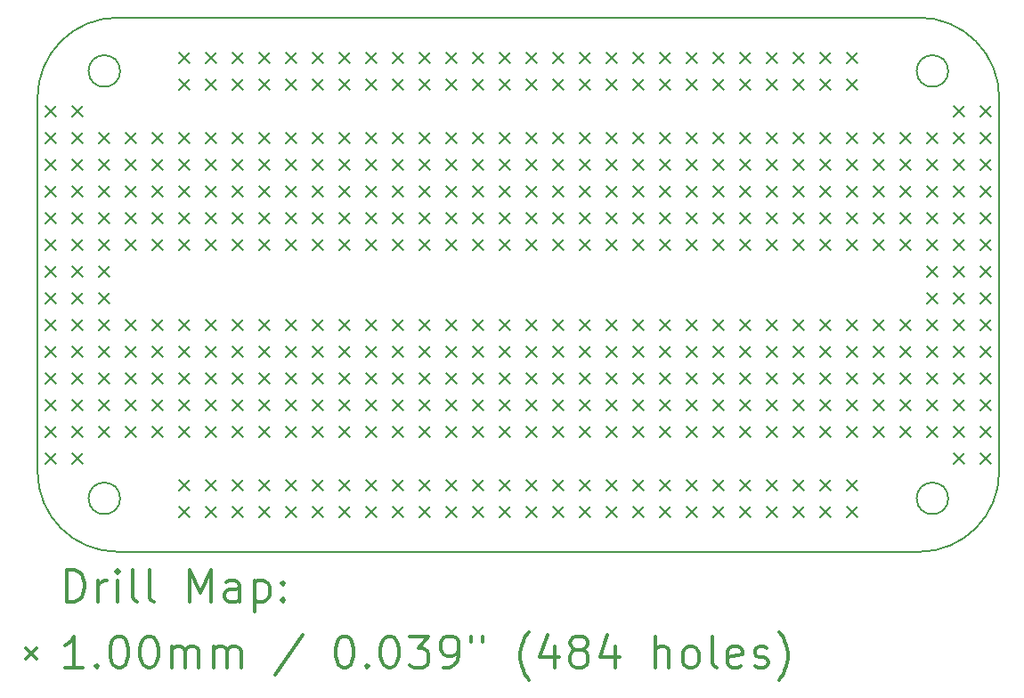
<source format=gbr>
%FSLAX45Y45*%
G04 Gerber Fmt 4.5, Leading zero omitted, Abs format (unit mm)*
G04 Created by KiCad (PCBNEW 5.0.2+dfsg1-1~bpo9+1) date Mo 14 Nov 2022 20:46:40 CET*
%MOMM*%
%LPD*%
G01*
G04 APERTURE LIST*
%ADD10C,0.150000*%
%ADD11C,0.200000*%
%ADD12C,0.300000*%
G04 APERTURE END LIST*
D10*
X17930000Y-10414000D02*
G75*
G03X17930000Y-10414000I-150000J0D01*
G01*
X17930000Y-6350000D02*
G75*
G03X17930000Y-6350000I-150000J0D01*
G01*
X10056000Y-6350000D02*
G75*
G03X10056000Y-6350000I-150000J0D01*
G01*
X10056000Y-10414000D02*
G75*
G03X10056000Y-10414000I-150000J0D01*
G01*
X10033000Y-10922000D02*
G75*
G02X9271000Y-10160000I0J762000D01*
G01*
X18415000Y-10160000D02*
G75*
G02X17653000Y-10922000I-762000J0D01*
G01*
X17653000Y-5842000D02*
G75*
G02X18415000Y-6604000I0J-762000D01*
G01*
D11*
X9271000Y-6604000D02*
G75*
G02X10033000Y-5842000I762000J0D01*
G01*
D10*
X9271000Y-10160000D02*
X9271000Y-6604000D01*
X17653000Y-10922000D02*
X10033000Y-10922000D01*
X18415000Y-6604000D02*
X18415000Y-10160000D01*
X10033000Y-5842000D02*
X17653000Y-5842000D01*
D11*
X16206000Y-8713000D02*
X16306000Y-8813000D01*
X16306000Y-8713000D02*
X16206000Y-8813000D01*
X16206000Y-8967000D02*
X16306000Y-9067000D01*
X16306000Y-8967000D02*
X16206000Y-9067000D01*
X16206000Y-9221000D02*
X16306000Y-9321000D01*
X16306000Y-9221000D02*
X16206000Y-9321000D01*
X16206000Y-9475000D02*
X16306000Y-9575000D01*
X16306000Y-9475000D02*
X16206000Y-9575000D01*
X16206000Y-9729000D02*
X16306000Y-9829000D01*
X16306000Y-9729000D02*
X16206000Y-9829000D01*
X9602000Y-9729000D02*
X9702000Y-9829000D01*
X9702000Y-9729000D02*
X9602000Y-9829000D01*
X10110000Y-8713000D02*
X10210000Y-8813000D01*
X10210000Y-8713000D02*
X10110000Y-8813000D01*
X10110000Y-8967000D02*
X10210000Y-9067000D01*
X10210000Y-8967000D02*
X10110000Y-9067000D01*
X10110000Y-9221000D02*
X10210000Y-9321000D01*
X10210000Y-9221000D02*
X10110000Y-9321000D01*
X10110000Y-9475000D02*
X10210000Y-9575000D01*
X10210000Y-9475000D02*
X10110000Y-9575000D01*
X10110000Y-9729000D02*
X10210000Y-9829000D01*
X10210000Y-9729000D02*
X10110000Y-9829000D01*
X18238000Y-8205000D02*
X18338000Y-8305000D01*
X18338000Y-8205000D02*
X18238000Y-8305000D01*
X9348000Y-8205000D02*
X9448000Y-8305000D01*
X9448000Y-8205000D02*
X9348000Y-8305000D01*
X9856000Y-7443000D02*
X9956000Y-7543000D01*
X9956000Y-7443000D02*
X9856000Y-7543000D01*
X9348000Y-8459000D02*
X9448000Y-8559000D01*
X9448000Y-8459000D02*
X9348000Y-8559000D01*
X17984000Y-8205000D02*
X18084000Y-8305000D01*
X18084000Y-8205000D02*
X17984000Y-8305000D01*
X12650000Y-6935000D02*
X12750000Y-7035000D01*
X12750000Y-6935000D02*
X12650000Y-7035000D01*
X12650000Y-7189000D02*
X12750000Y-7289000D01*
X12750000Y-7189000D02*
X12650000Y-7289000D01*
X12650000Y-7443000D02*
X12750000Y-7543000D01*
X12750000Y-7443000D02*
X12650000Y-7543000D01*
X12650000Y-7697000D02*
X12750000Y-7797000D01*
X12750000Y-7697000D02*
X12650000Y-7797000D01*
X12650000Y-7951000D02*
X12750000Y-8051000D01*
X12750000Y-7951000D02*
X12650000Y-8051000D01*
X14936000Y-6935000D02*
X15036000Y-7035000D01*
X15036000Y-6935000D02*
X14936000Y-7035000D01*
X14936000Y-7189000D02*
X15036000Y-7289000D01*
X15036000Y-7189000D02*
X14936000Y-7289000D01*
X14936000Y-7443000D02*
X15036000Y-7543000D01*
X15036000Y-7443000D02*
X14936000Y-7543000D01*
X14936000Y-7697000D02*
X15036000Y-7797000D01*
X15036000Y-7697000D02*
X14936000Y-7797000D01*
X14936000Y-7951000D02*
X15036000Y-8051000D01*
X15036000Y-7951000D02*
X14936000Y-8051000D01*
X18238000Y-9475000D02*
X18338000Y-9575000D01*
X18338000Y-9475000D02*
X18238000Y-9575000D01*
X9348000Y-7951000D02*
X9448000Y-8051000D01*
X9448000Y-7951000D02*
X9348000Y-8051000D01*
X12142000Y-6935000D02*
X12242000Y-7035000D01*
X12242000Y-6935000D02*
X12142000Y-7035000D01*
X12142000Y-7189000D02*
X12242000Y-7289000D01*
X12242000Y-7189000D02*
X12142000Y-7289000D01*
X12142000Y-7443000D02*
X12242000Y-7543000D01*
X12242000Y-7443000D02*
X12142000Y-7543000D01*
X12142000Y-7697000D02*
X12242000Y-7797000D01*
X12242000Y-7697000D02*
X12142000Y-7797000D01*
X12142000Y-7951000D02*
X12242000Y-8051000D01*
X12242000Y-7951000D02*
X12142000Y-8051000D01*
X10110000Y-6935000D02*
X10210000Y-7035000D01*
X10210000Y-6935000D02*
X10110000Y-7035000D01*
X10110000Y-7189000D02*
X10210000Y-7289000D01*
X10210000Y-7189000D02*
X10110000Y-7289000D01*
X10110000Y-7443000D02*
X10210000Y-7543000D01*
X10210000Y-7443000D02*
X10110000Y-7543000D01*
X10110000Y-7697000D02*
X10210000Y-7797000D01*
X10210000Y-7697000D02*
X10110000Y-7797000D01*
X10110000Y-7951000D02*
X10210000Y-8051000D01*
X10210000Y-7951000D02*
X10110000Y-8051000D01*
X14936000Y-8713000D02*
X15036000Y-8813000D01*
X15036000Y-8713000D02*
X14936000Y-8813000D01*
X14936000Y-8967000D02*
X15036000Y-9067000D01*
X15036000Y-8967000D02*
X14936000Y-9067000D01*
X14936000Y-9221000D02*
X15036000Y-9321000D01*
X15036000Y-9221000D02*
X14936000Y-9321000D01*
X14936000Y-9475000D02*
X15036000Y-9575000D01*
X15036000Y-9475000D02*
X14936000Y-9575000D01*
X14936000Y-9729000D02*
X15036000Y-9829000D01*
X15036000Y-9729000D02*
X14936000Y-9829000D01*
X14174000Y-6935000D02*
X14274000Y-7035000D01*
X14274000Y-6935000D02*
X14174000Y-7035000D01*
X14174000Y-7189000D02*
X14274000Y-7289000D01*
X14274000Y-7189000D02*
X14174000Y-7289000D01*
X14174000Y-7443000D02*
X14274000Y-7543000D01*
X14274000Y-7443000D02*
X14174000Y-7543000D01*
X14174000Y-7697000D02*
X14274000Y-7797000D01*
X14274000Y-7697000D02*
X14174000Y-7797000D01*
X14174000Y-7951000D02*
X14274000Y-8051000D01*
X14274000Y-7951000D02*
X14174000Y-8051000D01*
X14428000Y-6935000D02*
X14528000Y-7035000D01*
X14528000Y-6935000D02*
X14428000Y-7035000D01*
X14428000Y-7189000D02*
X14528000Y-7289000D01*
X14528000Y-7189000D02*
X14428000Y-7289000D01*
X14428000Y-7443000D02*
X14528000Y-7543000D01*
X14528000Y-7443000D02*
X14428000Y-7543000D01*
X14428000Y-7697000D02*
X14528000Y-7797000D01*
X14528000Y-7697000D02*
X14428000Y-7797000D01*
X14428000Y-7951000D02*
X14528000Y-8051000D01*
X14528000Y-7951000D02*
X14428000Y-8051000D01*
X9602000Y-6681000D02*
X9702000Y-6781000D01*
X9702000Y-6681000D02*
X9602000Y-6781000D01*
X17984000Y-8967000D02*
X18084000Y-9067000D01*
X18084000Y-8967000D02*
X17984000Y-9067000D01*
X10618000Y-8713000D02*
X10718000Y-8813000D01*
X10718000Y-8713000D02*
X10618000Y-8813000D01*
X10618000Y-8967000D02*
X10718000Y-9067000D01*
X10718000Y-8967000D02*
X10618000Y-9067000D01*
X10618000Y-9221000D02*
X10718000Y-9321000D01*
X10718000Y-9221000D02*
X10618000Y-9321000D01*
X10618000Y-9475000D02*
X10718000Y-9575000D01*
X10718000Y-9475000D02*
X10618000Y-9575000D01*
X10618000Y-9729000D02*
X10718000Y-9829000D01*
X10718000Y-9729000D02*
X10618000Y-9829000D01*
X10618000Y-10491000D02*
X10718000Y-10591000D01*
X10718000Y-10491000D02*
X10618000Y-10591000D01*
X10872000Y-10491000D02*
X10972000Y-10591000D01*
X10972000Y-10491000D02*
X10872000Y-10591000D01*
X11126000Y-10491000D02*
X11226000Y-10591000D01*
X11226000Y-10491000D02*
X11126000Y-10591000D01*
X11380000Y-10491000D02*
X11480000Y-10591000D01*
X11480000Y-10491000D02*
X11380000Y-10591000D01*
X11634000Y-10491000D02*
X11734000Y-10591000D01*
X11734000Y-10491000D02*
X11634000Y-10591000D01*
X11888000Y-10491000D02*
X11988000Y-10591000D01*
X11988000Y-10491000D02*
X11888000Y-10591000D01*
X12142000Y-10491000D02*
X12242000Y-10591000D01*
X12242000Y-10491000D02*
X12142000Y-10591000D01*
X12396000Y-10491000D02*
X12496000Y-10591000D01*
X12496000Y-10491000D02*
X12396000Y-10591000D01*
X12650000Y-10491000D02*
X12750000Y-10591000D01*
X12750000Y-10491000D02*
X12650000Y-10591000D01*
X12904000Y-10491000D02*
X13004000Y-10591000D01*
X13004000Y-10491000D02*
X12904000Y-10591000D01*
X13158000Y-10491000D02*
X13258000Y-10591000D01*
X13258000Y-10491000D02*
X13158000Y-10591000D01*
X13412000Y-10491000D02*
X13512000Y-10591000D01*
X13512000Y-10491000D02*
X13412000Y-10591000D01*
X13666000Y-10491000D02*
X13766000Y-10591000D01*
X13766000Y-10491000D02*
X13666000Y-10591000D01*
X13920000Y-10491000D02*
X14020000Y-10591000D01*
X14020000Y-10491000D02*
X13920000Y-10591000D01*
X14174000Y-10491000D02*
X14274000Y-10591000D01*
X14274000Y-10491000D02*
X14174000Y-10591000D01*
X14428000Y-10491000D02*
X14528000Y-10591000D01*
X14528000Y-10491000D02*
X14428000Y-10591000D01*
X14682000Y-10491000D02*
X14782000Y-10591000D01*
X14782000Y-10491000D02*
X14682000Y-10591000D01*
X14936000Y-10491000D02*
X15036000Y-10591000D01*
X15036000Y-10491000D02*
X14936000Y-10591000D01*
X15190000Y-10491000D02*
X15290000Y-10591000D01*
X15290000Y-10491000D02*
X15190000Y-10591000D01*
X15444000Y-10491000D02*
X15544000Y-10591000D01*
X15544000Y-10491000D02*
X15444000Y-10591000D01*
X15698000Y-10491000D02*
X15798000Y-10591000D01*
X15798000Y-10491000D02*
X15698000Y-10591000D01*
X15952000Y-10491000D02*
X16052000Y-10591000D01*
X16052000Y-10491000D02*
X15952000Y-10591000D01*
X16206000Y-10491000D02*
X16306000Y-10591000D01*
X16306000Y-10491000D02*
X16206000Y-10591000D01*
X16460000Y-10491000D02*
X16560000Y-10591000D01*
X16560000Y-10491000D02*
X16460000Y-10591000D01*
X16714000Y-10491000D02*
X16814000Y-10591000D01*
X16814000Y-10491000D02*
X16714000Y-10591000D01*
X16968000Y-10491000D02*
X17068000Y-10591000D01*
X17068000Y-10491000D02*
X16968000Y-10591000D01*
X9602000Y-9475000D02*
X9702000Y-9575000D01*
X9702000Y-9475000D02*
X9602000Y-9575000D01*
X17984000Y-7189000D02*
X18084000Y-7289000D01*
X18084000Y-7189000D02*
X17984000Y-7289000D01*
X9348000Y-8713000D02*
X9448000Y-8813000D01*
X9448000Y-8713000D02*
X9348000Y-8813000D01*
X9348000Y-9729000D02*
X9448000Y-9829000D01*
X9448000Y-9729000D02*
X9348000Y-9829000D01*
X17984000Y-9983000D02*
X18084000Y-10083000D01*
X18084000Y-9983000D02*
X17984000Y-10083000D01*
X10872000Y-8713000D02*
X10972000Y-8813000D01*
X10972000Y-8713000D02*
X10872000Y-8813000D01*
X10872000Y-8967000D02*
X10972000Y-9067000D01*
X10972000Y-8967000D02*
X10872000Y-9067000D01*
X10872000Y-9221000D02*
X10972000Y-9321000D01*
X10972000Y-9221000D02*
X10872000Y-9321000D01*
X10872000Y-9475000D02*
X10972000Y-9575000D01*
X10972000Y-9475000D02*
X10872000Y-9575000D01*
X10872000Y-9729000D02*
X10972000Y-9829000D01*
X10972000Y-9729000D02*
X10872000Y-9829000D01*
X16460000Y-6935000D02*
X16560000Y-7035000D01*
X16560000Y-6935000D02*
X16460000Y-7035000D01*
X16460000Y-7189000D02*
X16560000Y-7289000D01*
X16560000Y-7189000D02*
X16460000Y-7289000D01*
X16460000Y-7443000D02*
X16560000Y-7543000D01*
X16560000Y-7443000D02*
X16460000Y-7543000D01*
X16460000Y-7697000D02*
X16560000Y-7797000D01*
X16560000Y-7697000D02*
X16460000Y-7797000D01*
X16460000Y-7951000D02*
X16560000Y-8051000D01*
X16560000Y-7951000D02*
X16460000Y-8051000D01*
X15952000Y-6935000D02*
X16052000Y-7035000D01*
X16052000Y-6935000D02*
X15952000Y-7035000D01*
X15952000Y-7189000D02*
X16052000Y-7289000D01*
X16052000Y-7189000D02*
X15952000Y-7289000D01*
X15952000Y-7443000D02*
X16052000Y-7543000D01*
X16052000Y-7443000D02*
X15952000Y-7543000D01*
X15952000Y-7697000D02*
X16052000Y-7797000D01*
X16052000Y-7697000D02*
X15952000Y-7797000D01*
X15952000Y-7951000D02*
X16052000Y-8051000D01*
X16052000Y-7951000D02*
X15952000Y-8051000D01*
X14682000Y-6935000D02*
X14782000Y-7035000D01*
X14782000Y-6935000D02*
X14682000Y-7035000D01*
X14682000Y-7189000D02*
X14782000Y-7289000D01*
X14782000Y-7189000D02*
X14682000Y-7289000D01*
X14682000Y-7443000D02*
X14782000Y-7543000D01*
X14782000Y-7443000D02*
X14682000Y-7543000D01*
X14682000Y-7697000D02*
X14782000Y-7797000D01*
X14782000Y-7697000D02*
X14682000Y-7797000D01*
X14682000Y-7951000D02*
X14782000Y-8051000D01*
X14782000Y-7951000D02*
X14682000Y-8051000D01*
X9602000Y-9983000D02*
X9702000Y-10083000D01*
X9702000Y-9983000D02*
X9602000Y-10083000D01*
X17730000Y-6935000D02*
X17830000Y-7035000D01*
X17830000Y-6935000D02*
X17730000Y-7035000D01*
X17984000Y-7951000D02*
X18084000Y-8051000D01*
X18084000Y-7951000D02*
X17984000Y-8051000D01*
X15444000Y-6935000D02*
X15544000Y-7035000D01*
X15544000Y-6935000D02*
X15444000Y-7035000D01*
X15444000Y-7189000D02*
X15544000Y-7289000D01*
X15544000Y-7189000D02*
X15444000Y-7289000D01*
X15444000Y-7443000D02*
X15544000Y-7543000D01*
X15544000Y-7443000D02*
X15444000Y-7543000D01*
X15444000Y-7697000D02*
X15544000Y-7797000D01*
X15544000Y-7697000D02*
X15444000Y-7797000D01*
X15444000Y-7951000D02*
X15544000Y-8051000D01*
X15544000Y-7951000D02*
X15444000Y-8051000D01*
X11634000Y-8713000D02*
X11734000Y-8813000D01*
X11734000Y-8713000D02*
X11634000Y-8813000D01*
X11634000Y-8967000D02*
X11734000Y-9067000D01*
X11734000Y-8967000D02*
X11634000Y-9067000D01*
X11634000Y-9221000D02*
X11734000Y-9321000D01*
X11734000Y-9221000D02*
X11634000Y-9321000D01*
X11634000Y-9475000D02*
X11734000Y-9575000D01*
X11734000Y-9475000D02*
X11634000Y-9575000D01*
X11634000Y-9729000D02*
X11734000Y-9829000D01*
X11734000Y-9729000D02*
X11634000Y-9829000D01*
X9856000Y-9221000D02*
X9956000Y-9321000D01*
X9956000Y-9221000D02*
X9856000Y-9321000D01*
X12396000Y-6935000D02*
X12496000Y-7035000D01*
X12496000Y-6935000D02*
X12396000Y-7035000D01*
X12396000Y-7189000D02*
X12496000Y-7289000D01*
X12496000Y-7189000D02*
X12396000Y-7289000D01*
X12396000Y-7443000D02*
X12496000Y-7543000D01*
X12496000Y-7443000D02*
X12396000Y-7543000D01*
X12396000Y-7697000D02*
X12496000Y-7797000D01*
X12496000Y-7697000D02*
X12396000Y-7797000D01*
X12396000Y-7951000D02*
X12496000Y-8051000D01*
X12496000Y-7951000D02*
X12396000Y-8051000D01*
X17730000Y-7697000D02*
X17830000Y-7797000D01*
X17830000Y-7697000D02*
X17730000Y-7797000D01*
X10364000Y-8713000D02*
X10464000Y-8813000D01*
X10464000Y-8713000D02*
X10364000Y-8813000D01*
X10364000Y-8967000D02*
X10464000Y-9067000D01*
X10464000Y-8967000D02*
X10364000Y-9067000D01*
X10364000Y-9221000D02*
X10464000Y-9321000D01*
X10464000Y-9221000D02*
X10364000Y-9321000D01*
X10364000Y-9475000D02*
X10464000Y-9575000D01*
X10464000Y-9475000D02*
X10364000Y-9575000D01*
X10364000Y-9729000D02*
X10464000Y-9829000D01*
X10464000Y-9729000D02*
X10364000Y-9829000D01*
X12650000Y-8713000D02*
X12750000Y-8813000D01*
X12750000Y-8713000D02*
X12650000Y-8813000D01*
X12650000Y-8967000D02*
X12750000Y-9067000D01*
X12750000Y-8967000D02*
X12650000Y-9067000D01*
X12650000Y-9221000D02*
X12750000Y-9321000D01*
X12750000Y-9221000D02*
X12650000Y-9321000D01*
X12650000Y-9475000D02*
X12750000Y-9575000D01*
X12750000Y-9475000D02*
X12650000Y-9575000D01*
X12650000Y-9729000D02*
X12750000Y-9829000D01*
X12750000Y-9729000D02*
X12650000Y-9829000D01*
X9602000Y-7697000D02*
X9702000Y-7797000D01*
X9702000Y-7697000D02*
X9602000Y-7797000D01*
X11380000Y-8713000D02*
X11480000Y-8813000D01*
X11480000Y-8713000D02*
X11380000Y-8813000D01*
X11380000Y-8967000D02*
X11480000Y-9067000D01*
X11480000Y-8967000D02*
X11380000Y-9067000D01*
X11380000Y-9221000D02*
X11480000Y-9321000D01*
X11480000Y-9221000D02*
X11380000Y-9321000D01*
X11380000Y-9475000D02*
X11480000Y-9575000D01*
X11480000Y-9475000D02*
X11380000Y-9575000D01*
X11380000Y-9729000D02*
X11480000Y-9829000D01*
X11480000Y-9729000D02*
X11380000Y-9829000D01*
X13920000Y-6935000D02*
X14020000Y-7035000D01*
X14020000Y-6935000D02*
X13920000Y-7035000D01*
X13920000Y-7189000D02*
X14020000Y-7289000D01*
X14020000Y-7189000D02*
X13920000Y-7289000D01*
X13920000Y-7443000D02*
X14020000Y-7543000D01*
X14020000Y-7443000D02*
X13920000Y-7543000D01*
X13920000Y-7697000D02*
X14020000Y-7797000D01*
X14020000Y-7697000D02*
X13920000Y-7797000D01*
X13920000Y-7951000D02*
X14020000Y-8051000D01*
X14020000Y-7951000D02*
X13920000Y-8051000D01*
X16714000Y-6935000D02*
X16814000Y-7035000D01*
X16814000Y-6935000D02*
X16714000Y-7035000D01*
X16714000Y-7189000D02*
X16814000Y-7289000D01*
X16814000Y-7189000D02*
X16714000Y-7289000D01*
X16714000Y-7443000D02*
X16814000Y-7543000D01*
X16814000Y-7443000D02*
X16714000Y-7543000D01*
X16714000Y-7697000D02*
X16814000Y-7797000D01*
X16814000Y-7697000D02*
X16714000Y-7797000D01*
X16714000Y-7951000D02*
X16814000Y-8051000D01*
X16814000Y-7951000D02*
X16714000Y-8051000D01*
X9856000Y-7189000D02*
X9956000Y-7289000D01*
X9956000Y-7189000D02*
X9856000Y-7289000D01*
X18238000Y-6935000D02*
X18338000Y-7035000D01*
X18338000Y-6935000D02*
X18238000Y-7035000D01*
X9602000Y-6935000D02*
X9702000Y-7035000D01*
X9702000Y-6935000D02*
X9602000Y-7035000D01*
X17984000Y-6681000D02*
X18084000Y-6781000D01*
X18084000Y-6681000D02*
X17984000Y-6781000D01*
X13158000Y-6935000D02*
X13258000Y-7035000D01*
X13258000Y-6935000D02*
X13158000Y-7035000D01*
X13158000Y-7189000D02*
X13258000Y-7289000D01*
X13258000Y-7189000D02*
X13158000Y-7289000D01*
X13158000Y-7443000D02*
X13258000Y-7543000D01*
X13258000Y-7443000D02*
X13158000Y-7543000D01*
X13158000Y-7697000D02*
X13258000Y-7797000D01*
X13258000Y-7697000D02*
X13158000Y-7797000D01*
X13158000Y-7951000D02*
X13258000Y-8051000D01*
X13258000Y-7951000D02*
X13158000Y-8051000D01*
X17984000Y-8713000D02*
X18084000Y-8813000D01*
X18084000Y-8713000D02*
X17984000Y-8813000D01*
X14174000Y-8713000D02*
X14274000Y-8813000D01*
X14274000Y-8713000D02*
X14174000Y-8813000D01*
X14174000Y-8967000D02*
X14274000Y-9067000D01*
X14274000Y-8967000D02*
X14174000Y-9067000D01*
X14174000Y-9221000D02*
X14274000Y-9321000D01*
X14274000Y-9221000D02*
X14174000Y-9321000D01*
X14174000Y-9475000D02*
X14274000Y-9575000D01*
X14274000Y-9475000D02*
X14174000Y-9575000D01*
X14174000Y-9729000D02*
X14274000Y-9829000D01*
X14274000Y-9729000D02*
X14174000Y-9829000D01*
X9348000Y-7697000D02*
X9448000Y-7797000D01*
X9448000Y-7697000D02*
X9348000Y-7797000D01*
X9602000Y-9221000D02*
X9702000Y-9321000D01*
X9702000Y-9221000D02*
X9602000Y-9321000D01*
X10618000Y-6173000D02*
X10718000Y-6273000D01*
X10718000Y-6173000D02*
X10618000Y-6273000D01*
X10872000Y-6173000D02*
X10972000Y-6273000D01*
X10972000Y-6173000D02*
X10872000Y-6273000D01*
X11126000Y-6173000D02*
X11226000Y-6273000D01*
X11226000Y-6173000D02*
X11126000Y-6273000D01*
X11380000Y-6173000D02*
X11480000Y-6273000D01*
X11480000Y-6173000D02*
X11380000Y-6273000D01*
X11634000Y-6173000D02*
X11734000Y-6273000D01*
X11734000Y-6173000D02*
X11634000Y-6273000D01*
X11888000Y-6173000D02*
X11988000Y-6273000D01*
X11988000Y-6173000D02*
X11888000Y-6273000D01*
X12142000Y-6173000D02*
X12242000Y-6273000D01*
X12242000Y-6173000D02*
X12142000Y-6273000D01*
X12396000Y-6173000D02*
X12496000Y-6273000D01*
X12496000Y-6173000D02*
X12396000Y-6273000D01*
X12650000Y-6173000D02*
X12750000Y-6273000D01*
X12750000Y-6173000D02*
X12650000Y-6273000D01*
X12904000Y-6173000D02*
X13004000Y-6273000D01*
X13004000Y-6173000D02*
X12904000Y-6273000D01*
X13158000Y-6173000D02*
X13258000Y-6273000D01*
X13258000Y-6173000D02*
X13158000Y-6273000D01*
X13412000Y-6173000D02*
X13512000Y-6273000D01*
X13512000Y-6173000D02*
X13412000Y-6273000D01*
X13666000Y-6173000D02*
X13766000Y-6273000D01*
X13766000Y-6173000D02*
X13666000Y-6273000D01*
X13920000Y-6173000D02*
X14020000Y-6273000D01*
X14020000Y-6173000D02*
X13920000Y-6273000D01*
X14174000Y-6173000D02*
X14274000Y-6273000D01*
X14274000Y-6173000D02*
X14174000Y-6273000D01*
X14428000Y-6173000D02*
X14528000Y-6273000D01*
X14528000Y-6173000D02*
X14428000Y-6273000D01*
X14682000Y-6173000D02*
X14782000Y-6273000D01*
X14782000Y-6173000D02*
X14682000Y-6273000D01*
X14936000Y-6173000D02*
X15036000Y-6273000D01*
X15036000Y-6173000D02*
X14936000Y-6273000D01*
X15190000Y-6173000D02*
X15290000Y-6273000D01*
X15290000Y-6173000D02*
X15190000Y-6273000D01*
X15444000Y-6173000D02*
X15544000Y-6273000D01*
X15544000Y-6173000D02*
X15444000Y-6273000D01*
X15698000Y-6173000D02*
X15798000Y-6273000D01*
X15798000Y-6173000D02*
X15698000Y-6273000D01*
X15952000Y-6173000D02*
X16052000Y-6273000D01*
X16052000Y-6173000D02*
X15952000Y-6273000D01*
X16206000Y-6173000D02*
X16306000Y-6273000D01*
X16306000Y-6173000D02*
X16206000Y-6273000D01*
X16460000Y-6173000D02*
X16560000Y-6273000D01*
X16560000Y-6173000D02*
X16460000Y-6273000D01*
X16714000Y-6173000D02*
X16814000Y-6273000D01*
X16814000Y-6173000D02*
X16714000Y-6273000D01*
X16968000Y-6173000D02*
X17068000Y-6273000D01*
X17068000Y-6173000D02*
X16968000Y-6273000D01*
X14428000Y-8713000D02*
X14528000Y-8813000D01*
X14528000Y-8713000D02*
X14428000Y-8813000D01*
X14428000Y-8967000D02*
X14528000Y-9067000D01*
X14528000Y-8967000D02*
X14428000Y-9067000D01*
X14428000Y-9221000D02*
X14528000Y-9321000D01*
X14528000Y-9221000D02*
X14428000Y-9321000D01*
X14428000Y-9475000D02*
X14528000Y-9575000D01*
X14528000Y-9475000D02*
X14428000Y-9575000D01*
X14428000Y-9729000D02*
X14528000Y-9829000D01*
X14528000Y-9729000D02*
X14428000Y-9829000D01*
X10618000Y-6427000D02*
X10718000Y-6527000D01*
X10718000Y-6427000D02*
X10618000Y-6527000D01*
X10872000Y-6427000D02*
X10972000Y-6527000D01*
X10972000Y-6427000D02*
X10872000Y-6527000D01*
X11126000Y-6427000D02*
X11226000Y-6527000D01*
X11226000Y-6427000D02*
X11126000Y-6527000D01*
X11380000Y-6427000D02*
X11480000Y-6527000D01*
X11480000Y-6427000D02*
X11380000Y-6527000D01*
X11634000Y-6427000D02*
X11734000Y-6527000D01*
X11734000Y-6427000D02*
X11634000Y-6527000D01*
X11888000Y-6427000D02*
X11988000Y-6527000D01*
X11988000Y-6427000D02*
X11888000Y-6527000D01*
X12142000Y-6427000D02*
X12242000Y-6527000D01*
X12242000Y-6427000D02*
X12142000Y-6527000D01*
X12396000Y-6427000D02*
X12496000Y-6527000D01*
X12496000Y-6427000D02*
X12396000Y-6527000D01*
X12650000Y-6427000D02*
X12750000Y-6527000D01*
X12750000Y-6427000D02*
X12650000Y-6527000D01*
X12904000Y-6427000D02*
X13004000Y-6527000D01*
X13004000Y-6427000D02*
X12904000Y-6527000D01*
X13158000Y-6427000D02*
X13258000Y-6527000D01*
X13258000Y-6427000D02*
X13158000Y-6527000D01*
X13412000Y-6427000D02*
X13512000Y-6527000D01*
X13512000Y-6427000D02*
X13412000Y-6527000D01*
X13666000Y-6427000D02*
X13766000Y-6527000D01*
X13766000Y-6427000D02*
X13666000Y-6527000D01*
X13920000Y-6427000D02*
X14020000Y-6527000D01*
X14020000Y-6427000D02*
X13920000Y-6527000D01*
X14174000Y-6427000D02*
X14274000Y-6527000D01*
X14274000Y-6427000D02*
X14174000Y-6527000D01*
X14428000Y-6427000D02*
X14528000Y-6527000D01*
X14528000Y-6427000D02*
X14428000Y-6527000D01*
X14682000Y-6427000D02*
X14782000Y-6527000D01*
X14782000Y-6427000D02*
X14682000Y-6527000D01*
X14936000Y-6427000D02*
X15036000Y-6527000D01*
X15036000Y-6427000D02*
X14936000Y-6527000D01*
X15190000Y-6427000D02*
X15290000Y-6527000D01*
X15290000Y-6427000D02*
X15190000Y-6527000D01*
X15444000Y-6427000D02*
X15544000Y-6527000D01*
X15544000Y-6427000D02*
X15444000Y-6527000D01*
X15698000Y-6427000D02*
X15798000Y-6527000D01*
X15798000Y-6427000D02*
X15698000Y-6527000D01*
X15952000Y-6427000D02*
X16052000Y-6527000D01*
X16052000Y-6427000D02*
X15952000Y-6527000D01*
X16206000Y-6427000D02*
X16306000Y-6527000D01*
X16306000Y-6427000D02*
X16206000Y-6527000D01*
X16460000Y-6427000D02*
X16560000Y-6527000D01*
X16560000Y-6427000D02*
X16460000Y-6527000D01*
X16714000Y-6427000D02*
X16814000Y-6527000D01*
X16814000Y-6427000D02*
X16714000Y-6527000D01*
X16968000Y-6427000D02*
X17068000Y-6527000D01*
X17068000Y-6427000D02*
X16968000Y-6527000D01*
X9602000Y-8967000D02*
X9702000Y-9067000D01*
X9702000Y-8967000D02*
X9602000Y-9067000D01*
X12396000Y-8713000D02*
X12496000Y-8813000D01*
X12496000Y-8713000D02*
X12396000Y-8813000D01*
X12396000Y-8967000D02*
X12496000Y-9067000D01*
X12496000Y-8967000D02*
X12396000Y-9067000D01*
X12396000Y-9221000D02*
X12496000Y-9321000D01*
X12496000Y-9221000D02*
X12396000Y-9321000D01*
X12396000Y-9475000D02*
X12496000Y-9575000D01*
X12496000Y-9475000D02*
X12396000Y-9575000D01*
X12396000Y-9729000D02*
X12496000Y-9829000D01*
X12496000Y-9729000D02*
X12396000Y-9829000D01*
X13412000Y-8713000D02*
X13512000Y-8813000D01*
X13512000Y-8713000D02*
X13412000Y-8813000D01*
X13412000Y-8967000D02*
X13512000Y-9067000D01*
X13512000Y-8967000D02*
X13412000Y-9067000D01*
X13412000Y-9221000D02*
X13512000Y-9321000D01*
X13512000Y-9221000D02*
X13412000Y-9321000D01*
X13412000Y-9475000D02*
X13512000Y-9575000D01*
X13512000Y-9475000D02*
X13412000Y-9575000D01*
X13412000Y-9729000D02*
X13512000Y-9829000D01*
X13512000Y-9729000D02*
X13412000Y-9829000D01*
X12904000Y-8713000D02*
X13004000Y-8813000D01*
X13004000Y-8713000D02*
X12904000Y-8813000D01*
X12904000Y-8967000D02*
X13004000Y-9067000D01*
X13004000Y-8967000D02*
X12904000Y-9067000D01*
X12904000Y-9221000D02*
X13004000Y-9321000D01*
X13004000Y-9221000D02*
X12904000Y-9321000D01*
X12904000Y-9475000D02*
X13004000Y-9575000D01*
X13004000Y-9475000D02*
X12904000Y-9575000D01*
X12904000Y-9729000D02*
X13004000Y-9829000D01*
X13004000Y-9729000D02*
X12904000Y-9829000D01*
X15444000Y-8713000D02*
X15544000Y-8813000D01*
X15544000Y-8713000D02*
X15444000Y-8813000D01*
X15444000Y-8967000D02*
X15544000Y-9067000D01*
X15544000Y-8967000D02*
X15444000Y-9067000D01*
X15444000Y-9221000D02*
X15544000Y-9321000D01*
X15544000Y-9221000D02*
X15444000Y-9321000D01*
X15444000Y-9475000D02*
X15544000Y-9575000D01*
X15544000Y-9475000D02*
X15444000Y-9575000D01*
X15444000Y-9729000D02*
X15544000Y-9829000D01*
X15544000Y-9729000D02*
X15444000Y-9829000D01*
X18238000Y-7951000D02*
X18338000Y-8051000D01*
X18338000Y-7951000D02*
X18238000Y-8051000D01*
X12142000Y-8713000D02*
X12242000Y-8813000D01*
X12242000Y-8713000D02*
X12142000Y-8813000D01*
X12142000Y-8967000D02*
X12242000Y-9067000D01*
X12242000Y-8967000D02*
X12142000Y-9067000D01*
X12142000Y-9221000D02*
X12242000Y-9321000D01*
X12242000Y-9221000D02*
X12142000Y-9321000D01*
X12142000Y-9475000D02*
X12242000Y-9575000D01*
X12242000Y-9475000D02*
X12142000Y-9575000D01*
X12142000Y-9729000D02*
X12242000Y-9829000D01*
X12242000Y-9729000D02*
X12142000Y-9829000D01*
X9602000Y-7189000D02*
X9702000Y-7289000D01*
X9702000Y-7189000D02*
X9602000Y-7289000D01*
X9856000Y-8205000D02*
X9956000Y-8305000D01*
X9956000Y-8205000D02*
X9856000Y-8305000D01*
X9856000Y-7697000D02*
X9956000Y-7797000D01*
X9956000Y-7697000D02*
X9856000Y-7797000D01*
X16968000Y-8713000D02*
X17068000Y-8813000D01*
X17068000Y-8713000D02*
X16968000Y-8813000D01*
X16968000Y-8967000D02*
X17068000Y-9067000D01*
X17068000Y-8967000D02*
X16968000Y-9067000D01*
X16968000Y-9221000D02*
X17068000Y-9321000D01*
X17068000Y-9221000D02*
X16968000Y-9321000D01*
X16968000Y-9475000D02*
X17068000Y-9575000D01*
X17068000Y-9475000D02*
X16968000Y-9575000D01*
X16968000Y-9729000D02*
X17068000Y-9829000D01*
X17068000Y-9729000D02*
X16968000Y-9829000D01*
X9856000Y-7951000D02*
X9956000Y-8051000D01*
X9956000Y-7951000D02*
X9856000Y-8051000D01*
X17730000Y-7189000D02*
X17830000Y-7289000D01*
X17830000Y-7189000D02*
X17730000Y-7289000D01*
X17730000Y-9221000D02*
X17830000Y-9321000D01*
X17830000Y-9221000D02*
X17730000Y-9321000D01*
X10872000Y-6935000D02*
X10972000Y-7035000D01*
X10972000Y-6935000D02*
X10872000Y-7035000D01*
X10872000Y-7189000D02*
X10972000Y-7289000D01*
X10972000Y-7189000D02*
X10872000Y-7289000D01*
X10872000Y-7443000D02*
X10972000Y-7543000D01*
X10972000Y-7443000D02*
X10872000Y-7543000D01*
X10872000Y-7697000D02*
X10972000Y-7797000D01*
X10972000Y-7697000D02*
X10872000Y-7797000D01*
X10872000Y-7951000D02*
X10972000Y-8051000D01*
X10972000Y-7951000D02*
X10872000Y-8051000D01*
X15952000Y-8713000D02*
X16052000Y-8813000D01*
X16052000Y-8713000D02*
X15952000Y-8813000D01*
X15952000Y-8967000D02*
X16052000Y-9067000D01*
X16052000Y-8967000D02*
X15952000Y-9067000D01*
X15952000Y-9221000D02*
X16052000Y-9321000D01*
X16052000Y-9221000D02*
X15952000Y-9321000D01*
X15952000Y-9475000D02*
X16052000Y-9575000D01*
X16052000Y-9475000D02*
X15952000Y-9575000D01*
X15952000Y-9729000D02*
X16052000Y-9829000D01*
X16052000Y-9729000D02*
X15952000Y-9829000D01*
X17476000Y-6935000D02*
X17576000Y-7035000D01*
X17576000Y-6935000D02*
X17476000Y-7035000D01*
X17476000Y-7189000D02*
X17576000Y-7289000D01*
X17576000Y-7189000D02*
X17476000Y-7289000D01*
X17476000Y-7443000D02*
X17576000Y-7543000D01*
X17576000Y-7443000D02*
X17476000Y-7543000D01*
X17476000Y-7697000D02*
X17576000Y-7797000D01*
X17576000Y-7697000D02*
X17476000Y-7797000D01*
X17476000Y-7951000D02*
X17576000Y-8051000D01*
X17576000Y-7951000D02*
X17476000Y-8051000D01*
X18238000Y-9729000D02*
X18338000Y-9829000D01*
X18338000Y-9729000D02*
X18238000Y-9829000D01*
X17730000Y-8205000D02*
X17830000Y-8305000D01*
X17830000Y-8205000D02*
X17730000Y-8305000D01*
X15698000Y-6935000D02*
X15798000Y-7035000D01*
X15798000Y-6935000D02*
X15698000Y-7035000D01*
X15698000Y-7189000D02*
X15798000Y-7289000D01*
X15798000Y-7189000D02*
X15698000Y-7289000D01*
X15698000Y-7443000D02*
X15798000Y-7543000D01*
X15798000Y-7443000D02*
X15698000Y-7543000D01*
X15698000Y-7697000D02*
X15798000Y-7797000D01*
X15798000Y-7697000D02*
X15698000Y-7797000D01*
X15698000Y-7951000D02*
X15798000Y-8051000D01*
X15798000Y-7951000D02*
X15698000Y-8051000D01*
X17730000Y-9475000D02*
X17830000Y-9575000D01*
X17830000Y-9475000D02*
X17730000Y-9575000D01*
X10618000Y-10237000D02*
X10718000Y-10337000D01*
X10718000Y-10237000D02*
X10618000Y-10337000D01*
X10872000Y-10237000D02*
X10972000Y-10337000D01*
X10972000Y-10237000D02*
X10872000Y-10337000D01*
X11126000Y-10237000D02*
X11226000Y-10337000D01*
X11226000Y-10237000D02*
X11126000Y-10337000D01*
X11380000Y-10237000D02*
X11480000Y-10337000D01*
X11480000Y-10237000D02*
X11380000Y-10337000D01*
X11634000Y-10237000D02*
X11734000Y-10337000D01*
X11734000Y-10237000D02*
X11634000Y-10337000D01*
X11888000Y-10237000D02*
X11988000Y-10337000D01*
X11988000Y-10237000D02*
X11888000Y-10337000D01*
X12142000Y-10237000D02*
X12242000Y-10337000D01*
X12242000Y-10237000D02*
X12142000Y-10337000D01*
X12396000Y-10237000D02*
X12496000Y-10337000D01*
X12496000Y-10237000D02*
X12396000Y-10337000D01*
X12650000Y-10237000D02*
X12750000Y-10337000D01*
X12750000Y-10237000D02*
X12650000Y-10337000D01*
X12904000Y-10237000D02*
X13004000Y-10337000D01*
X13004000Y-10237000D02*
X12904000Y-10337000D01*
X13158000Y-10237000D02*
X13258000Y-10337000D01*
X13258000Y-10237000D02*
X13158000Y-10337000D01*
X13412000Y-10237000D02*
X13512000Y-10337000D01*
X13512000Y-10237000D02*
X13412000Y-10337000D01*
X13666000Y-10237000D02*
X13766000Y-10337000D01*
X13766000Y-10237000D02*
X13666000Y-10337000D01*
X13920000Y-10237000D02*
X14020000Y-10337000D01*
X14020000Y-10237000D02*
X13920000Y-10337000D01*
X14174000Y-10237000D02*
X14274000Y-10337000D01*
X14274000Y-10237000D02*
X14174000Y-10337000D01*
X14428000Y-10237000D02*
X14528000Y-10337000D01*
X14528000Y-10237000D02*
X14428000Y-10337000D01*
X14682000Y-10237000D02*
X14782000Y-10337000D01*
X14782000Y-10237000D02*
X14682000Y-10337000D01*
X14936000Y-10237000D02*
X15036000Y-10337000D01*
X15036000Y-10237000D02*
X14936000Y-10337000D01*
X15190000Y-10237000D02*
X15290000Y-10337000D01*
X15290000Y-10237000D02*
X15190000Y-10337000D01*
X15444000Y-10237000D02*
X15544000Y-10337000D01*
X15544000Y-10237000D02*
X15444000Y-10337000D01*
X15698000Y-10237000D02*
X15798000Y-10337000D01*
X15798000Y-10237000D02*
X15698000Y-10337000D01*
X15952000Y-10237000D02*
X16052000Y-10337000D01*
X16052000Y-10237000D02*
X15952000Y-10337000D01*
X16206000Y-10237000D02*
X16306000Y-10337000D01*
X16306000Y-10237000D02*
X16206000Y-10337000D01*
X16460000Y-10237000D02*
X16560000Y-10337000D01*
X16560000Y-10237000D02*
X16460000Y-10337000D01*
X16714000Y-10237000D02*
X16814000Y-10337000D01*
X16814000Y-10237000D02*
X16714000Y-10337000D01*
X16968000Y-10237000D02*
X17068000Y-10337000D01*
X17068000Y-10237000D02*
X16968000Y-10337000D01*
X17730000Y-8459000D02*
X17830000Y-8559000D01*
X17830000Y-8459000D02*
X17730000Y-8559000D01*
X11634000Y-6935000D02*
X11734000Y-7035000D01*
X11734000Y-6935000D02*
X11634000Y-7035000D01*
X11634000Y-7189000D02*
X11734000Y-7289000D01*
X11734000Y-7189000D02*
X11634000Y-7289000D01*
X11634000Y-7443000D02*
X11734000Y-7543000D01*
X11734000Y-7443000D02*
X11634000Y-7543000D01*
X11634000Y-7697000D02*
X11734000Y-7797000D01*
X11734000Y-7697000D02*
X11634000Y-7797000D01*
X11634000Y-7951000D02*
X11734000Y-8051000D01*
X11734000Y-7951000D02*
X11634000Y-8051000D01*
X17222000Y-8713000D02*
X17322000Y-8813000D01*
X17322000Y-8713000D02*
X17222000Y-8813000D01*
X17222000Y-8967000D02*
X17322000Y-9067000D01*
X17322000Y-8967000D02*
X17222000Y-9067000D01*
X17222000Y-9221000D02*
X17322000Y-9321000D01*
X17322000Y-9221000D02*
X17222000Y-9321000D01*
X17222000Y-9475000D02*
X17322000Y-9575000D01*
X17322000Y-9475000D02*
X17222000Y-9575000D01*
X17222000Y-9729000D02*
X17322000Y-9829000D01*
X17322000Y-9729000D02*
X17222000Y-9829000D01*
X15190000Y-8713000D02*
X15290000Y-8813000D01*
X15290000Y-8713000D02*
X15190000Y-8813000D01*
X15190000Y-8967000D02*
X15290000Y-9067000D01*
X15290000Y-8967000D02*
X15190000Y-9067000D01*
X15190000Y-9221000D02*
X15290000Y-9321000D01*
X15290000Y-9221000D02*
X15190000Y-9321000D01*
X15190000Y-9475000D02*
X15290000Y-9575000D01*
X15290000Y-9475000D02*
X15190000Y-9575000D01*
X15190000Y-9729000D02*
X15290000Y-9829000D01*
X15290000Y-9729000D02*
X15190000Y-9829000D01*
X9856000Y-9729000D02*
X9956000Y-9829000D01*
X9956000Y-9729000D02*
X9856000Y-9829000D01*
X9348000Y-7189000D02*
X9448000Y-7289000D01*
X9448000Y-7189000D02*
X9348000Y-7289000D01*
X13920000Y-8713000D02*
X14020000Y-8813000D01*
X14020000Y-8713000D02*
X13920000Y-8813000D01*
X13920000Y-8967000D02*
X14020000Y-9067000D01*
X14020000Y-8967000D02*
X13920000Y-9067000D01*
X13920000Y-9221000D02*
X14020000Y-9321000D01*
X14020000Y-9221000D02*
X13920000Y-9321000D01*
X13920000Y-9475000D02*
X14020000Y-9575000D01*
X14020000Y-9475000D02*
X13920000Y-9575000D01*
X13920000Y-9729000D02*
X14020000Y-9829000D01*
X14020000Y-9729000D02*
X13920000Y-9829000D01*
X11888000Y-6935000D02*
X11988000Y-7035000D01*
X11988000Y-6935000D02*
X11888000Y-7035000D01*
X11888000Y-7189000D02*
X11988000Y-7289000D01*
X11988000Y-7189000D02*
X11888000Y-7289000D01*
X11888000Y-7443000D02*
X11988000Y-7543000D01*
X11988000Y-7443000D02*
X11888000Y-7543000D01*
X11888000Y-7697000D02*
X11988000Y-7797000D01*
X11988000Y-7697000D02*
X11888000Y-7797000D01*
X11888000Y-7951000D02*
X11988000Y-8051000D01*
X11988000Y-7951000D02*
X11888000Y-8051000D01*
X11126000Y-6935000D02*
X11226000Y-7035000D01*
X11226000Y-6935000D02*
X11126000Y-7035000D01*
X11126000Y-7189000D02*
X11226000Y-7289000D01*
X11226000Y-7189000D02*
X11126000Y-7289000D01*
X11126000Y-7443000D02*
X11226000Y-7543000D01*
X11226000Y-7443000D02*
X11126000Y-7543000D01*
X11126000Y-7697000D02*
X11226000Y-7797000D01*
X11226000Y-7697000D02*
X11126000Y-7797000D01*
X11126000Y-7951000D02*
X11226000Y-8051000D01*
X11226000Y-7951000D02*
X11126000Y-8051000D01*
X9602000Y-8205000D02*
X9702000Y-8305000D01*
X9702000Y-8205000D02*
X9602000Y-8305000D01*
X9348000Y-6935000D02*
X9448000Y-7035000D01*
X9448000Y-6935000D02*
X9348000Y-7035000D01*
X17730000Y-7951000D02*
X17830000Y-8051000D01*
X17830000Y-7951000D02*
X17730000Y-8051000D01*
X9856000Y-8459000D02*
X9956000Y-8559000D01*
X9956000Y-8459000D02*
X9856000Y-8559000D01*
X11888000Y-8713000D02*
X11988000Y-8813000D01*
X11988000Y-8713000D02*
X11888000Y-8813000D01*
X11888000Y-8967000D02*
X11988000Y-9067000D01*
X11988000Y-8967000D02*
X11888000Y-9067000D01*
X11888000Y-9221000D02*
X11988000Y-9321000D01*
X11988000Y-9221000D02*
X11888000Y-9321000D01*
X11888000Y-9475000D02*
X11988000Y-9575000D01*
X11988000Y-9475000D02*
X11888000Y-9575000D01*
X11888000Y-9729000D02*
X11988000Y-9829000D01*
X11988000Y-9729000D02*
X11888000Y-9829000D01*
X18238000Y-9221000D02*
X18338000Y-9321000D01*
X18338000Y-9221000D02*
X18238000Y-9321000D01*
X16460000Y-8713000D02*
X16560000Y-8813000D01*
X16560000Y-8713000D02*
X16460000Y-8813000D01*
X16460000Y-8967000D02*
X16560000Y-9067000D01*
X16560000Y-8967000D02*
X16460000Y-9067000D01*
X16460000Y-9221000D02*
X16560000Y-9321000D01*
X16560000Y-9221000D02*
X16460000Y-9321000D01*
X16460000Y-9475000D02*
X16560000Y-9575000D01*
X16560000Y-9475000D02*
X16460000Y-9575000D01*
X16460000Y-9729000D02*
X16560000Y-9829000D01*
X16560000Y-9729000D02*
X16460000Y-9829000D01*
X9856000Y-6935000D02*
X9956000Y-7035000D01*
X9956000Y-6935000D02*
X9856000Y-7035000D01*
X10618000Y-6935000D02*
X10718000Y-7035000D01*
X10718000Y-6935000D02*
X10618000Y-7035000D01*
X10618000Y-7189000D02*
X10718000Y-7289000D01*
X10718000Y-7189000D02*
X10618000Y-7289000D01*
X10618000Y-7443000D02*
X10718000Y-7543000D01*
X10718000Y-7443000D02*
X10618000Y-7543000D01*
X10618000Y-7697000D02*
X10718000Y-7797000D01*
X10718000Y-7697000D02*
X10618000Y-7797000D01*
X10618000Y-7951000D02*
X10718000Y-8051000D01*
X10718000Y-7951000D02*
X10618000Y-8051000D01*
X9602000Y-8459000D02*
X9702000Y-8559000D01*
X9702000Y-8459000D02*
X9602000Y-8559000D01*
X18238000Y-8459000D02*
X18338000Y-8559000D01*
X18338000Y-8459000D02*
X18238000Y-8559000D01*
X17730000Y-9729000D02*
X17830000Y-9829000D01*
X17830000Y-9729000D02*
X17730000Y-9829000D01*
X17984000Y-6935000D02*
X18084000Y-7035000D01*
X18084000Y-6935000D02*
X17984000Y-7035000D01*
X17984000Y-9475000D02*
X18084000Y-9575000D01*
X18084000Y-9475000D02*
X17984000Y-9575000D01*
X17222000Y-6935000D02*
X17322000Y-7035000D01*
X17322000Y-6935000D02*
X17222000Y-7035000D01*
X17222000Y-7189000D02*
X17322000Y-7289000D01*
X17322000Y-7189000D02*
X17222000Y-7289000D01*
X17222000Y-7443000D02*
X17322000Y-7543000D01*
X17322000Y-7443000D02*
X17222000Y-7543000D01*
X17222000Y-7697000D02*
X17322000Y-7797000D01*
X17322000Y-7697000D02*
X17222000Y-7797000D01*
X17222000Y-7951000D02*
X17322000Y-8051000D01*
X17322000Y-7951000D02*
X17222000Y-8051000D01*
X17984000Y-7697000D02*
X18084000Y-7797000D01*
X18084000Y-7697000D02*
X17984000Y-7797000D01*
X9348000Y-7443000D02*
X9448000Y-7543000D01*
X9448000Y-7443000D02*
X9348000Y-7543000D01*
X9602000Y-7443000D02*
X9702000Y-7543000D01*
X9702000Y-7443000D02*
X9602000Y-7543000D01*
X18238000Y-7697000D02*
X18338000Y-7797000D01*
X18338000Y-7697000D02*
X18238000Y-7797000D01*
X17984000Y-7443000D02*
X18084000Y-7543000D01*
X18084000Y-7443000D02*
X17984000Y-7543000D01*
X13666000Y-6935000D02*
X13766000Y-7035000D01*
X13766000Y-6935000D02*
X13666000Y-7035000D01*
X13666000Y-7189000D02*
X13766000Y-7289000D01*
X13766000Y-7189000D02*
X13666000Y-7289000D01*
X13666000Y-7443000D02*
X13766000Y-7543000D01*
X13766000Y-7443000D02*
X13666000Y-7543000D01*
X13666000Y-7697000D02*
X13766000Y-7797000D01*
X13766000Y-7697000D02*
X13666000Y-7797000D01*
X13666000Y-7951000D02*
X13766000Y-8051000D01*
X13766000Y-7951000D02*
X13666000Y-8051000D01*
X18238000Y-8967000D02*
X18338000Y-9067000D01*
X18338000Y-8967000D02*
X18238000Y-9067000D01*
X15190000Y-6935000D02*
X15290000Y-7035000D01*
X15290000Y-6935000D02*
X15190000Y-7035000D01*
X15190000Y-7189000D02*
X15290000Y-7289000D01*
X15290000Y-7189000D02*
X15190000Y-7289000D01*
X15190000Y-7443000D02*
X15290000Y-7543000D01*
X15290000Y-7443000D02*
X15190000Y-7543000D01*
X15190000Y-7697000D02*
X15290000Y-7797000D01*
X15290000Y-7697000D02*
X15190000Y-7797000D01*
X15190000Y-7951000D02*
X15290000Y-8051000D01*
X15290000Y-7951000D02*
X15190000Y-8051000D01*
X10364000Y-6935000D02*
X10464000Y-7035000D01*
X10464000Y-6935000D02*
X10364000Y-7035000D01*
X10364000Y-7189000D02*
X10464000Y-7289000D01*
X10464000Y-7189000D02*
X10364000Y-7289000D01*
X10364000Y-7443000D02*
X10464000Y-7543000D01*
X10464000Y-7443000D02*
X10364000Y-7543000D01*
X10364000Y-7697000D02*
X10464000Y-7797000D01*
X10464000Y-7697000D02*
X10364000Y-7797000D01*
X10364000Y-7951000D02*
X10464000Y-8051000D01*
X10464000Y-7951000D02*
X10364000Y-8051000D01*
X9856000Y-9475000D02*
X9956000Y-9575000D01*
X9956000Y-9475000D02*
X9856000Y-9575000D01*
X17984000Y-9729000D02*
X18084000Y-9829000D01*
X18084000Y-9729000D02*
X17984000Y-9829000D01*
X12904000Y-6935000D02*
X13004000Y-7035000D01*
X13004000Y-6935000D02*
X12904000Y-7035000D01*
X12904000Y-7189000D02*
X13004000Y-7289000D01*
X13004000Y-7189000D02*
X12904000Y-7289000D01*
X12904000Y-7443000D02*
X13004000Y-7543000D01*
X13004000Y-7443000D02*
X12904000Y-7543000D01*
X12904000Y-7697000D02*
X13004000Y-7797000D01*
X13004000Y-7697000D02*
X12904000Y-7797000D01*
X12904000Y-7951000D02*
X13004000Y-8051000D01*
X13004000Y-7951000D02*
X12904000Y-8051000D01*
X16206000Y-6935000D02*
X16306000Y-7035000D01*
X16306000Y-6935000D02*
X16206000Y-7035000D01*
X16206000Y-7189000D02*
X16306000Y-7289000D01*
X16306000Y-7189000D02*
X16206000Y-7289000D01*
X16206000Y-7443000D02*
X16306000Y-7543000D01*
X16306000Y-7443000D02*
X16206000Y-7543000D01*
X16206000Y-7697000D02*
X16306000Y-7797000D01*
X16306000Y-7697000D02*
X16206000Y-7797000D01*
X16206000Y-7951000D02*
X16306000Y-8051000D01*
X16306000Y-7951000D02*
X16206000Y-8051000D01*
X9856000Y-8713000D02*
X9956000Y-8813000D01*
X9956000Y-8713000D02*
X9856000Y-8813000D01*
X11380000Y-6935000D02*
X11480000Y-7035000D01*
X11480000Y-6935000D02*
X11380000Y-7035000D01*
X11380000Y-7189000D02*
X11480000Y-7289000D01*
X11480000Y-7189000D02*
X11380000Y-7289000D01*
X11380000Y-7443000D02*
X11480000Y-7543000D01*
X11480000Y-7443000D02*
X11380000Y-7543000D01*
X11380000Y-7697000D02*
X11480000Y-7797000D01*
X11480000Y-7697000D02*
X11380000Y-7797000D01*
X11380000Y-7951000D02*
X11480000Y-8051000D01*
X11480000Y-7951000D02*
X11380000Y-8051000D01*
X9348000Y-9983000D02*
X9448000Y-10083000D01*
X9448000Y-9983000D02*
X9348000Y-10083000D01*
X9348000Y-6681000D02*
X9448000Y-6781000D01*
X9448000Y-6681000D02*
X9348000Y-6781000D01*
X17476000Y-8713000D02*
X17576000Y-8813000D01*
X17576000Y-8713000D02*
X17476000Y-8813000D01*
X17476000Y-8967000D02*
X17576000Y-9067000D01*
X17576000Y-8967000D02*
X17476000Y-9067000D01*
X17476000Y-9221000D02*
X17576000Y-9321000D01*
X17576000Y-9221000D02*
X17476000Y-9321000D01*
X17476000Y-9475000D02*
X17576000Y-9575000D01*
X17576000Y-9475000D02*
X17476000Y-9575000D01*
X17476000Y-9729000D02*
X17576000Y-9829000D01*
X17576000Y-9729000D02*
X17476000Y-9829000D01*
X9348000Y-9475000D02*
X9448000Y-9575000D01*
X9448000Y-9475000D02*
X9348000Y-9575000D01*
X15698000Y-8713000D02*
X15798000Y-8813000D01*
X15798000Y-8713000D02*
X15698000Y-8813000D01*
X15698000Y-8967000D02*
X15798000Y-9067000D01*
X15798000Y-8967000D02*
X15698000Y-9067000D01*
X15698000Y-9221000D02*
X15798000Y-9321000D01*
X15798000Y-9221000D02*
X15698000Y-9321000D01*
X15698000Y-9475000D02*
X15798000Y-9575000D01*
X15798000Y-9475000D02*
X15698000Y-9575000D01*
X15698000Y-9729000D02*
X15798000Y-9829000D01*
X15798000Y-9729000D02*
X15698000Y-9829000D01*
X9602000Y-8713000D02*
X9702000Y-8813000D01*
X9702000Y-8713000D02*
X9602000Y-8813000D01*
X9602000Y-7951000D02*
X9702000Y-8051000D01*
X9702000Y-7951000D02*
X9602000Y-8051000D01*
X14682000Y-8713000D02*
X14782000Y-8813000D01*
X14782000Y-8713000D02*
X14682000Y-8813000D01*
X14682000Y-8967000D02*
X14782000Y-9067000D01*
X14782000Y-8967000D02*
X14682000Y-9067000D01*
X14682000Y-9221000D02*
X14782000Y-9321000D01*
X14782000Y-9221000D02*
X14682000Y-9321000D01*
X14682000Y-9475000D02*
X14782000Y-9575000D01*
X14782000Y-9475000D02*
X14682000Y-9575000D01*
X14682000Y-9729000D02*
X14782000Y-9829000D01*
X14782000Y-9729000D02*
X14682000Y-9829000D01*
X18238000Y-7443000D02*
X18338000Y-7543000D01*
X18338000Y-7443000D02*
X18238000Y-7543000D01*
X13412000Y-6935000D02*
X13512000Y-7035000D01*
X13512000Y-6935000D02*
X13412000Y-7035000D01*
X13412000Y-7189000D02*
X13512000Y-7289000D01*
X13512000Y-7189000D02*
X13412000Y-7289000D01*
X13412000Y-7443000D02*
X13512000Y-7543000D01*
X13512000Y-7443000D02*
X13412000Y-7543000D01*
X13412000Y-7697000D02*
X13512000Y-7797000D01*
X13512000Y-7697000D02*
X13412000Y-7797000D01*
X13412000Y-7951000D02*
X13512000Y-8051000D01*
X13512000Y-7951000D02*
X13412000Y-8051000D01*
X17730000Y-7443000D02*
X17830000Y-7543000D01*
X17830000Y-7443000D02*
X17730000Y-7543000D01*
X9856000Y-8967000D02*
X9956000Y-9067000D01*
X9956000Y-8967000D02*
X9856000Y-9067000D01*
X18238000Y-8713000D02*
X18338000Y-8813000D01*
X18338000Y-8713000D02*
X18238000Y-8813000D01*
X11126000Y-8713000D02*
X11226000Y-8813000D01*
X11226000Y-8713000D02*
X11126000Y-8813000D01*
X11126000Y-8967000D02*
X11226000Y-9067000D01*
X11226000Y-8967000D02*
X11126000Y-9067000D01*
X11126000Y-9221000D02*
X11226000Y-9321000D01*
X11226000Y-9221000D02*
X11126000Y-9321000D01*
X11126000Y-9475000D02*
X11226000Y-9575000D01*
X11226000Y-9475000D02*
X11126000Y-9575000D01*
X11126000Y-9729000D02*
X11226000Y-9829000D01*
X11226000Y-9729000D02*
X11126000Y-9829000D01*
X18238000Y-6681000D02*
X18338000Y-6781000D01*
X18338000Y-6681000D02*
X18238000Y-6781000D01*
X13666000Y-8713000D02*
X13766000Y-8813000D01*
X13766000Y-8713000D02*
X13666000Y-8813000D01*
X13666000Y-8967000D02*
X13766000Y-9067000D01*
X13766000Y-8967000D02*
X13666000Y-9067000D01*
X13666000Y-9221000D02*
X13766000Y-9321000D01*
X13766000Y-9221000D02*
X13666000Y-9321000D01*
X13666000Y-9475000D02*
X13766000Y-9575000D01*
X13766000Y-9475000D02*
X13666000Y-9575000D01*
X13666000Y-9729000D02*
X13766000Y-9829000D01*
X13766000Y-9729000D02*
X13666000Y-9829000D01*
X17984000Y-8459000D02*
X18084000Y-8559000D01*
X18084000Y-8459000D02*
X17984000Y-8559000D01*
X17730000Y-8713000D02*
X17830000Y-8813000D01*
X17830000Y-8713000D02*
X17730000Y-8813000D01*
X17984000Y-9221000D02*
X18084000Y-9321000D01*
X18084000Y-9221000D02*
X17984000Y-9321000D01*
X17730000Y-8967000D02*
X17830000Y-9067000D01*
X17830000Y-8967000D02*
X17730000Y-9067000D01*
X9348000Y-9221000D02*
X9448000Y-9321000D01*
X9448000Y-9221000D02*
X9348000Y-9321000D01*
X13158000Y-8713000D02*
X13258000Y-8813000D01*
X13258000Y-8713000D02*
X13158000Y-8813000D01*
X13158000Y-8967000D02*
X13258000Y-9067000D01*
X13258000Y-8967000D02*
X13158000Y-9067000D01*
X13158000Y-9221000D02*
X13258000Y-9321000D01*
X13258000Y-9221000D02*
X13158000Y-9321000D01*
X13158000Y-9475000D02*
X13258000Y-9575000D01*
X13258000Y-9475000D02*
X13158000Y-9575000D01*
X13158000Y-9729000D02*
X13258000Y-9829000D01*
X13258000Y-9729000D02*
X13158000Y-9829000D01*
X18238000Y-9983000D02*
X18338000Y-10083000D01*
X18338000Y-9983000D02*
X18238000Y-10083000D01*
X18238000Y-7189000D02*
X18338000Y-7289000D01*
X18338000Y-7189000D02*
X18238000Y-7289000D01*
X16714000Y-8713000D02*
X16814000Y-8813000D01*
X16814000Y-8713000D02*
X16714000Y-8813000D01*
X16714000Y-8967000D02*
X16814000Y-9067000D01*
X16814000Y-8967000D02*
X16714000Y-9067000D01*
X16714000Y-9221000D02*
X16814000Y-9321000D01*
X16814000Y-9221000D02*
X16714000Y-9321000D01*
X16714000Y-9475000D02*
X16814000Y-9575000D01*
X16814000Y-9475000D02*
X16714000Y-9575000D01*
X16714000Y-9729000D02*
X16814000Y-9829000D01*
X16814000Y-9729000D02*
X16714000Y-9829000D01*
X9348000Y-8967000D02*
X9448000Y-9067000D01*
X9448000Y-8967000D02*
X9348000Y-9067000D01*
X16968000Y-6935000D02*
X17068000Y-7035000D01*
X17068000Y-6935000D02*
X16968000Y-7035000D01*
X16968000Y-7189000D02*
X17068000Y-7289000D01*
X17068000Y-7189000D02*
X16968000Y-7289000D01*
X16968000Y-7443000D02*
X17068000Y-7543000D01*
X17068000Y-7443000D02*
X16968000Y-7543000D01*
X16968000Y-7697000D02*
X17068000Y-7797000D01*
X17068000Y-7697000D02*
X16968000Y-7797000D01*
X16968000Y-7951000D02*
X17068000Y-8051000D01*
X17068000Y-7951000D02*
X16968000Y-8051000D01*
D12*
X9547428Y-11395214D02*
X9547428Y-11095214D01*
X9618857Y-11095214D01*
X9661714Y-11109500D01*
X9690286Y-11138072D01*
X9704571Y-11166643D01*
X9718857Y-11223786D01*
X9718857Y-11266643D01*
X9704571Y-11323786D01*
X9690286Y-11352357D01*
X9661714Y-11380929D01*
X9618857Y-11395214D01*
X9547428Y-11395214D01*
X9847428Y-11395214D02*
X9847428Y-11195214D01*
X9847428Y-11252357D02*
X9861714Y-11223786D01*
X9876000Y-11209500D01*
X9904571Y-11195214D01*
X9933143Y-11195214D01*
X10033143Y-11395214D02*
X10033143Y-11195214D01*
X10033143Y-11095214D02*
X10018857Y-11109500D01*
X10033143Y-11123786D01*
X10047428Y-11109500D01*
X10033143Y-11095214D01*
X10033143Y-11123786D01*
X10218857Y-11395214D02*
X10190286Y-11380929D01*
X10176000Y-11352357D01*
X10176000Y-11095214D01*
X10376000Y-11395214D02*
X10347428Y-11380929D01*
X10333143Y-11352357D01*
X10333143Y-11095214D01*
X10718857Y-11395214D02*
X10718857Y-11095214D01*
X10818857Y-11309500D01*
X10918857Y-11095214D01*
X10918857Y-11395214D01*
X11190286Y-11395214D02*
X11190286Y-11238071D01*
X11176000Y-11209500D01*
X11147428Y-11195214D01*
X11090286Y-11195214D01*
X11061714Y-11209500D01*
X11190286Y-11380929D02*
X11161714Y-11395214D01*
X11090286Y-11395214D01*
X11061714Y-11380929D01*
X11047428Y-11352357D01*
X11047428Y-11323786D01*
X11061714Y-11295214D01*
X11090286Y-11280929D01*
X11161714Y-11280929D01*
X11190286Y-11266643D01*
X11333143Y-11195214D02*
X11333143Y-11495214D01*
X11333143Y-11209500D02*
X11361714Y-11195214D01*
X11418857Y-11195214D01*
X11447428Y-11209500D01*
X11461714Y-11223786D01*
X11476000Y-11252357D01*
X11476000Y-11338071D01*
X11461714Y-11366643D01*
X11447428Y-11380929D01*
X11418857Y-11395214D01*
X11361714Y-11395214D01*
X11333143Y-11380929D01*
X11604571Y-11366643D02*
X11618857Y-11380929D01*
X11604571Y-11395214D01*
X11590286Y-11380929D01*
X11604571Y-11366643D01*
X11604571Y-11395214D01*
X11604571Y-11209500D02*
X11618857Y-11223786D01*
X11604571Y-11238071D01*
X11590286Y-11223786D01*
X11604571Y-11209500D01*
X11604571Y-11238071D01*
X9161000Y-11839500D02*
X9261000Y-11939500D01*
X9261000Y-11839500D02*
X9161000Y-11939500D01*
X9704571Y-12025214D02*
X9533143Y-12025214D01*
X9618857Y-12025214D02*
X9618857Y-11725214D01*
X9590286Y-11768071D01*
X9561714Y-11796643D01*
X9533143Y-11810929D01*
X9833143Y-11996643D02*
X9847428Y-12010929D01*
X9833143Y-12025214D01*
X9818857Y-12010929D01*
X9833143Y-11996643D01*
X9833143Y-12025214D01*
X10033143Y-11725214D02*
X10061714Y-11725214D01*
X10090286Y-11739500D01*
X10104571Y-11753786D01*
X10118857Y-11782357D01*
X10133143Y-11839500D01*
X10133143Y-11910929D01*
X10118857Y-11968071D01*
X10104571Y-11996643D01*
X10090286Y-12010929D01*
X10061714Y-12025214D01*
X10033143Y-12025214D01*
X10004571Y-12010929D01*
X9990286Y-11996643D01*
X9976000Y-11968071D01*
X9961714Y-11910929D01*
X9961714Y-11839500D01*
X9976000Y-11782357D01*
X9990286Y-11753786D01*
X10004571Y-11739500D01*
X10033143Y-11725214D01*
X10318857Y-11725214D02*
X10347428Y-11725214D01*
X10376000Y-11739500D01*
X10390286Y-11753786D01*
X10404571Y-11782357D01*
X10418857Y-11839500D01*
X10418857Y-11910929D01*
X10404571Y-11968071D01*
X10390286Y-11996643D01*
X10376000Y-12010929D01*
X10347428Y-12025214D01*
X10318857Y-12025214D01*
X10290286Y-12010929D01*
X10276000Y-11996643D01*
X10261714Y-11968071D01*
X10247428Y-11910929D01*
X10247428Y-11839500D01*
X10261714Y-11782357D01*
X10276000Y-11753786D01*
X10290286Y-11739500D01*
X10318857Y-11725214D01*
X10547428Y-12025214D02*
X10547428Y-11825214D01*
X10547428Y-11853786D02*
X10561714Y-11839500D01*
X10590286Y-11825214D01*
X10633143Y-11825214D01*
X10661714Y-11839500D01*
X10676000Y-11868071D01*
X10676000Y-12025214D01*
X10676000Y-11868071D02*
X10690286Y-11839500D01*
X10718857Y-11825214D01*
X10761714Y-11825214D01*
X10790286Y-11839500D01*
X10804571Y-11868071D01*
X10804571Y-12025214D01*
X10947428Y-12025214D02*
X10947428Y-11825214D01*
X10947428Y-11853786D02*
X10961714Y-11839500D01*
X10990286Y-11825214D01*
X11033143Y-11825214D01*
X11061714Y-11839500D01*
X11076000Y-11868071D01*
X11076000Y-12025214D01*
X11076000Y-11868071D02*
X11090286Y-11839500D01*
X11118857Y-11825214D01*
X11161714Y-11825214D01*
X11190286Y-11839500D01*
X11204571Y-11868071D01*
X11204571Y-12025214D01*
X11790286Y-11710929D02*
X11533143Y-12096643D01*
X12176000Y-11725214D02*
X12204571Y-11725214D01*
X12233143Y-11739500D01*
X12247428Y-11753786D01*
X12261714Y-11782357D01*
X12276000Y-11839500D01*
X12276000Y-11910929D01*
X12261714Y-11968071D01*
X12247428Y-11996643D01*
X12233143Y-12010929D01*
X12204571Y-12025214D01*
X12176000Y-12025214D01*
X12147428Y-12010929D01*
X12133143Y-11996643D01*
X12118857Y-11968071D01*
X12104571Y-11910929D01*
X12104571Y-11839500D01*
X12118857Y-11782357D01*
X12133143Y-11753786D01*
X12147428Y-11739500D01*
X12176000Y-11725214D01*
X12404571Y-11996643D02*
X12418857Y-12010929D01*
X12404571Y-12025214D01*
X12390286Y-12010929D01*
X12404571Y-11996643D01*
X12404571Y-12025214D01*
X12604571Y-11725214D02*
X12633143Y-11725214D01*
X12661714Y-11739500D01*
X12676000Y-11753786D01*
X12690286Y-11782357D01*
X12704571Y-11839500D01*
X12704571Y-11910929D01*
X12690286Y-11968071D01*
X12676000Y-11996643D01*
X12661714Y-12010929D01*
X12633143Y-12025214D01*
X12604571Y-12025214D01*
X12576000Y-12010929D01*
X12561714Y-11996643D01*
X12547428Y-11968071D01*
X12533143Y-11910929D01*
X12533143Y-11839500D01*
X12547428Y-11782357D01*
X12561714Y-11753786D01*
X12576000Y-11739500D01*
X12604571Y-11725214D01*
X12804571Y-11725214D02*
X12990286Y-11725214D01*
X12890286Y-11839500D01*
X12933143Y-11839500D01*
X12961714Y-11853786D01*
X12976000Y-11868071D01*
X12990286Y-11896643D01*
X12990286Y-11968071D01*
X12976000Y-11996643D01*
X12961714Y-12010929D01*
X12933143Y-12025214D01*
X12847428Y-12025214D01*
X12818857Y-12010929D01*
X12804571Y-11996643D01*
X13133143Y-12025214D02*
X13190286Y-12025214D01*
X13218857Y-12010929D01*
X13233143Y-11996643D01*
X13261714Y-11953786D01*
X13276000Y-11896643D01*
X13276000Y-11782357D01*
X13261714Y-11753786D01*
X13247428Y-11739500D01*
X13218857Y-11725214D01*
X13161714Y-11725214D01*
X13133143Y-11739500D01*
X13118857Y-11753786D01*
X13104571Y-11782357D01*
X13104571Y-11853786D01*
X13118857Y-11882357D01*
X13133143Y-11896643D01*
X13161714Y-11910929D01*
X13218857Y-11910929D01*
X13247428Y-11896643D01*
X13261714Y-11882357D01*
X13276000Y-11853786D01*
X13390286Y-11725214D02*
X13390286Y-11782357D01*
X13504571Y-11725214D02*
X13504571Y-11782357D01*
X13947428Y-12139500D02*
X13933143Y-12125214D01*
X13904571Y-12082357D01*
X13890286Y-12053786D01*
X13876000Y-12010929D01*
X13861714Y-11939500D01*
X13861714Y-11882357D01*
X13876000Y-11810929D01*
X13890286Y-11768071D01*
X13904571Y-11739500D01*
X13933143Y-11696643D01*
X13947428Y-11682357D01*
X14190286Y-11825214D02*
X14190286Y-12025214D01*
X14118857Y-11710929D02*
X14047428Y-11925214D01*
X14233143Y-11925214D01*
X14390286Y-11853786D02*
X14361714Y-11839500D01*
X14347428Y-11825214D01*
X14333143Y-11796643D01*
X14333143Y-11782357D01*
X14347428Y-11753786D01*
X14361714Y-11739500D01*
X14390286Y-11725214D01*
X14447428Y-11725214D01*
X14476000Y-11739500D01*
X14490286Y-11753786D01*
X14504571Y-11782357D01*
X14504571Y-11796643D01*
X14490286Y-11825214D01*
X14476000Y-11839500D01*
X14447428Y-11853786D01*
X14390286Y-11853786D01*
X14361714Y-11868071D01*
X14347428Y-11882357D01*
X14333143Y-11910929D01*
X14333143Y-11968071D01*
X14347428Y-11996643D01*
X14361714Y-12010929D01*
X14390286Y-12025214D01*
X14447428Y-12025214D01*
X14476000Y-12010929D01*
X14490286Y-11996643D01*
X14504571Y-11968071D01*
X14504571Y-11910929D01*
X14490286Y-11882357D01*
X14476000Y-11868071D01*
X14447428Y-11853786D01*
X14761714Y-11825214D02*
X14761714Y-12025214D01*
X14690286Y-11710929D02*
X14618857Y-11925214D01*
X14804571Y-11925214D01*
X15147428Y-12025214D02*
X15147428Y-11725214D01*
X15276000Y-12025214D02*
X15276000Y-11868071D01*
X15261714Y-11839500D01*
X15233143Y-11825214D01*
X15190286Y-11825214D01*
X15161714Y-11839500D01*
X15147428Y-11853786D01*
X15461714Y-12025214D02*
X15433143Y-12010929D01*
X15418857Y-11996643D01*
X15404571Y-11968071D01*
X15404571Y-11882357D01*
X15418857Y-11853786D01*
X15433143Y-11839500D01*
X15461714Y-11825214D01*
X15504571Y-11825214D01*
X15533143Y-11839500D01*
X15547428Y-11853786D01*
X15561714Y-11882357D01*
X15561714Y-11968071D01*
X15547428Y-11996643D01*
X15533143Y-12010929D01*
X15504571Y-12025214D01*
X15461714Y-12025214D01*
X15733143Y-12025214D02*
X15704571Y-12010929D01*
X15690286Y-11982357D01*
X15690286Y-11725214D01*
X15961714Y-12010929D02*
X15933143Y-12025214D01*
X15876000Y-12025214D01*
X15847428Y-12010929D01*
X15833143Y-11982357D01*
X15833143Y-11868071D01*
X15847428Y-11839500D01*
X15876000Y-11825214D01*
X15933143Y-11825214D01*
X15961714Y-11839500D01*
X15976000Y-11868071D01*
X15976000Y-11896643D01*
X15833143Y-11925214D01*
X16090286Y-12010929D02*
X16118857Y-12025214D01*
X16176000Y-12025214D01*
X16204571Y-12010929D01*
X16218857Y-11982357D01*
X16218857Y-11968071D01*
X16204571Y-11939500D01*
X16176000Y-11925214D01*
X16133143Y-11925214D01*
X16104571Y-11910929D01*
X16090286Y-11882357D01*
X16090286Y-11868071D01*
X16104571Y-11839500D01*
X16133143Y-11825214D01*
X16176000Y-11825214D01*
X16204571Y-11839500D01*
X16318857Y-12139500D02*
X16333143Y-12125214D01*
X16361714Y-12082357D01*
X16376000Y-12053786D01*
X16390286Y-12010929D01*
X16404571Y-11939500D01*
X16404571Y-11882357D01*
X16390286Y-11810929D01*
X16376000Y-11768071D01*
X16361714Y-11739500D01*
X16333143Y-11696643D01*
X16318857Y-11682357D01*
M02*

</source>
